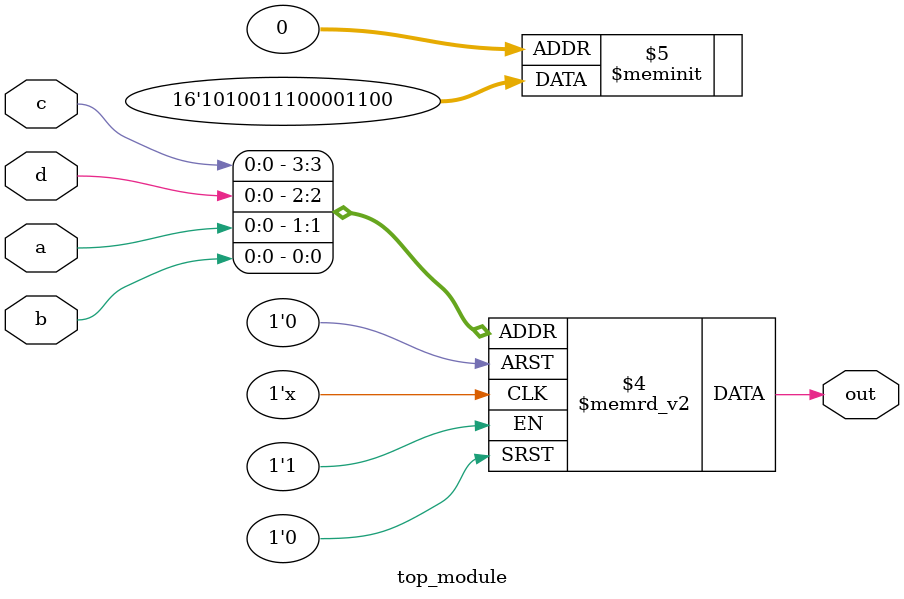
<source format=sv>
module top_module (
    input a, 
    input b,
    input c,
    input d,
    output reg out
);

always @(*) begin
    case ({c,d,a,b})
        4'b0010, 4'b1111, 4'b1101, 4'b1010, 4'b1001, 4'b1000: out = 1;
        4'b0000, 4'b0001, 4'b0110, 4'b0101, 4'b0100, 4'b0111, 4'b1110, 4'b1011, 4'b1100: out = 0;
        default: out = 1; // d or don't-care cases
    endcase
end

endmodule

</source>
